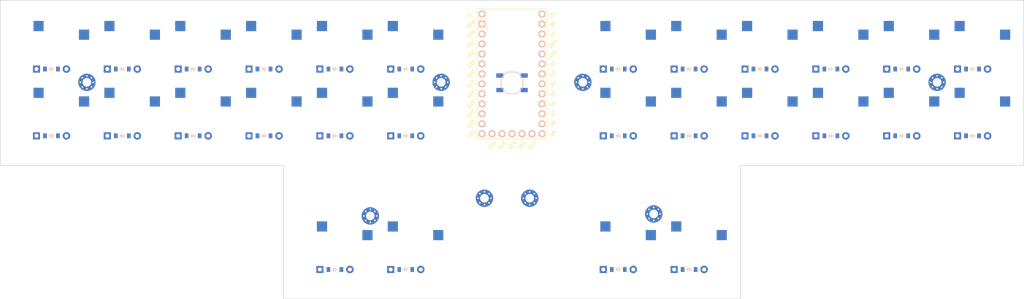
<source format=kicad_pcb>
(kicad_pcb (version 20241229) (generator "pcbnew") (generator_version "9.0")
  (title_block (title "pcb") (rev "v1.0.0") (company "Unknown"))
  (layers (0 "F.Cu" signal) (2 "B.Cu" signal) (13 "F.Paste" user) (15 "B.Paste" user) (5 "F.SilkS" user) (7 "B.SilkS" user) (1 "F.Mask" user) (3 "B.Mask" user) (25 "Edge.Cuts" user))
  (net 0 "")
  (net 1 "D23")
  (net 2 "outer_lbottom")
  (net 3 "outer_ltop")
  (net 4 "D20")
  (net 5 "pinky_lbottom")
  (net 6 "pinky_ltop")
  (net 7 "D22")
  (net 8 "ring_lbottom")
  (net 9 "ring_ltop")
  (net 10 "D26")
  (net 11 "middle_lbottom")
  (net 12 "middle_ltop")
  (net 13 "D27")
  (net 14 "index_lbottom")
  (net 15 "index_ltop")
  (net 16 "D28")
  (net 17 "inner_lbottom")
  (net 18 "inner_ltop")
  (net 19 "D3")
  (net 20 "inner_rbottom")
  (net 21 "inner_rtop")
  (net 22 "D4")
  (net 23 "index_rbottom")
  (net 24 "index_rtop")
  (net 25 "D5")
  (net 26 "middle_rbottom")
  (net 27 "middle_rtop")
  (net 28 "D6")
  (net 29 "ring_rbottom")
  (net 30 "ring_rtop")
  (net 31 "D7")
  (net 32 "pinky_rbottom")
  (net 33 "pinky_rtop")
  (net 34 "D8")
  (net 35 "outer_rbottom")
  (net 36 "outer_rtop")
  (net 37 "outer_lttop")
  (net 38 "inner_lttop")
  (net 39 "inner_rttop")
  (net 40 "outer_rttop")
  (net 41 "D21")
  (net 42 "D29")
  (net 43 "D9")
  (net 44 "D2")
  (net 45 "D1")
  (net 46 "Dm")
  (net 47 "RAW")
  (net 48 "GND")
  (net 49 "RST")
  (net 50 "VCC")
  (net 51 "D12")
  (net 52 "D13")
  (net 53 "D14")
  (net 54 "D15")
  (net 55 "D16")
  (net 56 "Dp")
  (net 57 "D0")
  (footprint "E73:SW_TACT_ALPS_SKQGABE010" (layer "F.Cu") (at 217 91.5)
    (property "Reference" "B1" (hide yes))
    (property "Value" "" (hide yes))
    (pad "1" smd rect (at -3.1 -1.85) (size 1.8 1.1) (layers "B.Cu" "B.Mask" "B.Paste") (net 48 "GND"))
    (pad "1" smd rect (at 3.1 -1.85) (size 1.8 1.1) (layers "B.Cu" "B.Mask" "B.Paste") (net 48 "GND"))
    (pad "2" smd rect (at -3.1 1.85) (size 1.8 1.1) (layers "B.Cu" "B.Mask" "B.Paste") (net 49 "RST"))
    (pad "2" smd rect (at 3.1 1.85) (size 1.8 1.1) (layers "B.Cu" "B.Mask" "B.Paste") (net 49 "RST"))
  )
  (footprint "ComboDiode" (layer "F.Cu") (at 136 105)
    (property "Reference" "D5" (hide yes))
    (property "Value" "" (hide yes))
    (pad "1" thru_hole rect (at -3.81 0) (size 1.778 1.778) (drill 0.9906) (layers "*.Cu" "*.Mask") (net 41 "D21"))
    (pad "1" smd rect (at -1.65 0) (size 0.9 1.2) (layers "F.Cu" "F.Mask" "F.Paste") (net 41 "D21"))
    (pad "1" smd rect (at -1.65 0) (size 0.9 1.2) (layers "B.Cu" "B.Mask" "B.Paste") (net 41 "D21"))
    (pad "2" smd rect (at 1.65 0) (size 0.9 1.2) (layers "F.Cu" "F.Mask" "F.Paste") (net 8 "ring_lbottom"))
    (pad "2" smd rect (at 1.65 0) (size 0.9 1.2) (layers "B.Cu" "B.Mask" "B.Paste") (net 8 "ring_lbottom"))
    (pad "2" thru_hole circle (at 3.81 0) (size 1.905 1.905) (drill 0.9906) (layers "*.Cu" "*.Mask") (net 8 "ring_lbottom"))
  )
  (footprint "PG1350" (layer "F.Cu") (at 298 83)
    (property "Reference" "S20" (hide yes))
    (property "Value" "" (hide yes))
    (pad "" np_thru_hole circle (at -5.5 0) (size 1.7018 1.7018) (drill 1.7018) (layers "*.Cu" "*.Mask"))
    (pad "" np_thru_hole circle (at 0 -5.95) (size 3 3) (drill 3) (layers "*.Cu" "*.Mask"))
    (pad "" np_thru_hole circle (at 0 0) (size 3.429 3.429) (drill 3.429) (layers "*.Cu" "*.Mask"))
    (pad "" np_thru_hole circle (at 5 -3.75) (size 3 3) (drill 3) (layers "*.Cu" "*.Mask"))
    (pad "" np_thru_hole circle (at 5.5 0) (size 1.7018 1.7018) (drill 1.7018) (layers "*.Cu" "*.Mask"))
    (pad "1" smd rect (at -3.275 -5.95) (size 2.6 2.6) (layers "B.Cu" "B.Mask" "B.Paste") (net 28 "D6"))
    (pad "2" smd rect (at 8.275 -3.75) (size 2.6 2.6) (layers "B.Cu" "B.Mask" "B.Paste") (net 30 "ring_rtop"))
  )
  (footprint "PG1350" (layer "F.Cu") (at 100 100)
    (property "Reference" "S1" (hide yes))
    (property "Value" "" (hide yes))
    (pad "" np_thru_hole circle (at -5.5 0) (size 1.7018 1.7018) (drill 1.7018) (layers "*.Cu" "*.Mask"))
    (pad "" np_thru_hole circle (at 0 -5.95) (size 3 3) (drill 3) (layers "*.Cu" "*.Mask"))
    (pad "" np_thru_hole circle (at 0 0) (size 3.429 3.429) (drill 3.429) (layers "*.Cu" "*.Mask"))
    (pad "" np_thru_hole circle (at 5 -3.75) (size 3 3) (drill 3) (layers "*.Cu" "*.Mask"))
    (pad "" np_thru_hole circle (at 5.5 0) (size 1.7018 1.7018) (drill 1.7018) (layers "*.Cu" "*.Mask"))
    (pad "1" smd rect (at -3.275 -5.95) (size 2.6 2.6) (layers "B.Cu" "B.Mask" "B.Paste") (net 1 "D23"))
    (pad "2" smd rect (at 8.275 -3.75) (size 2.6 2.6) (layers "B.Cu" "B.Mask" "B.Paste") (net 2 "outer_lbottom"))
  )
  (footprint "PG1350" (layer "F.Cu") (at 262 134)
    (property "Reference" "S28" (hide yes))
    (property "Value" "" (hide yes))
    (pad "" np_thru_hole circle (at -5.5 0) (size 1.7018 1.7018) (drill 1.7018) (layers "*.Cu" "*.Mask"))
    (pad "" np_thru_hole circle (at 0 -5.95) (size 3 3) (drill 3) (layers "*.Cu" "*.Mask"))
    (pad "" np_thru_hole circle (at 0 0) (size 3.429 3.429) (drill 3.429) (layers "*.Cu" "*.Mask"))
    (pad "" np_thru_hole circle (at 5 -3.75) (size 3 3) (drill 3) (layers "*.Cu" "*.Mask"))
    (pad "" np_thru_hole circle (at 5.5 0) (size 1.7018 1.7018) (drill 1.7018) (layers "*.Cu" "*.Mask"))
    (pad "1" smd rect (at -3.275 -5.95) (size 2.6 2.6) (layers "B.Cu" "B.Mask" "B.Paste") (net 22 "D4"))
    (pad "2" smd rect (at 8.275 -3.75) (size 2.6 2.6) (layers "B.Cu" "B.Mask" "B.Paste") (net 40 "outer_rttop"))
  )
  (footprint "ComboDiode" (layer "F.Cu") (at 244 139)
    (property "Reference" "D27" (hide yes))
    (property "Value" "" (hide yes))
    (pad "1" thru_hole rect (at -3.81 0) (size 1.778 1.778) (drill 0.9906) (layers "*.Cu" "*.Mask") (net 45 "D1"))
    (pad "1" smd rect (at -1.65 0) (size 0.9 1.2) (layers "F.Cu" "F.Mask" "F.Paste") (net 45 "D1"))
    (pad "1" smd rect (at -1.65 0) (size 0.9 1.2) (layers "B.Cu" "B.Mask" "B.Paste") (net 45 "D1"))
    (pad "2" smd rect (at 1.65 0) (size 0.9 1.2) (layers "F.Cu" "F.Mask" "F.Paste") (net 39 "inner_rttop"))
    (pad "2" smd rect (at 1.65 0) (size 0.9 1.2) (layers "B.Cu" "B.Mask" "B.Paste") (net 39 "inner_rttop"))
    (pad "2" thru_hole circle (at 3.81 0) (size 1.905 1.905) (drill 0.9906) (layers "*.Cu" "*.Mask") (net 39 "inner_rttop"))
  )
  (footprint "PG1350" (layer "F.Cu") (at 154 100)
    (property "Reference" "S7" (hide yes))
    (property "Value" "" (hide yes))
    (pad "" np_thru_hole circle (at -5.5 0) (size 1.7018 1.7018) (drill 1.7018) (layers "*.Cu" "*.Mask"))
    (pad "" np_thru_hole circle (at 0 -5.95) (size 3 3) (drill 3) (layers "*.Cu" "*.Mask"))
    (pad "" np_thru_hole circle (at 0 0) (size 3.429 3.429) (drill 3.429) (layers "*.Cu" "*.Mask"))
    (pad "" np_thru_hole circle (at 5 -3.75) (size 3 3) (drill 3) (layers "*.Cu" "*.Mask"))
    (pad "" np_thru_hole circle (at 5.5 0) (size 1.7018 1.7018) (drill 1.7018) (layers "*.Cu" "*.Mask"))
    (pad "1" smd rect (at -3.275 -5.95) (size 2.6 2.6) (layers "B.Cu" "B.Mask" "B.Paste") (net 10 "D26"))
    (pad "2" smd rect (at 8.275 -3.75) (size 2.6 2.6) (layers "B.Cu" "B.Mask" "B.Paste") (net 11 "middle_lbottom"))
  )
  (footprint "PG1350" (layer "F.Cu") (at 298 100)
    (property "Reference" "S19" (hide yes))
    (property "Value" "" (hide yes))
    (pad "" np_thru_hole circle (at -5.5 0) (size 1.7018 1.7018) (drill 1.7018) (layers "*.Cu" "*.Mask"))
    (pad "" np_thru_hole circle (at 0 -5.95) (size 3 3) (drill 3) (layers "*.Cu" "*.Mask"))
    (pad "" np_thru_hole circle (at 0 0) (size 3.429 3.429) (drill 3.429) (layers "*.Cu" "*.Mask"))
    (pad "" np_thru_hole circle (at 5 -3.75) (size 3 3) (drill 3) (layers "*.Cu" "*.Mask"))
    (pad "" np_thru_hole circle (at 5.5 0) (size 1.7018 1.7018) (drill 1.7018) (layers "*.Cu" "*.Mask"))
    (pad "1" smd rect (at -3.275 -5.95) (size 2.6 2.6) (layers "B.Cu" "B.Mask" "B.Paste") (net 28 "D6"))
    (pad "2" smd rect (at 8.275 -3.75) (size 2.6 2.6) (layers "B.Cu" "B.Mask" "B.Paste") (net 29 "ring_rbottom"))
  )
  (footprint "ComboDiode" (layer "F.Cu") (at 118 105)
    (property "Reference" "D3" (hide yes))
    (property "Value" "" (hide yes))
    (pad "1" thru_hole rect (at -3.81 0) (size 1.778 1.778) (drill 0.9906) (layers "*.Cu" "*.Mask") (net 41 "D21"))
    (pad "1" smd rect (at -1.65 0) (size 0.9 1.2) (layers "F.Cu" "F.Mask" "F.Paste") (net 41 "D21"))
    (pad "1" smd rect (at -1.65 0) (size 0.9 1.2) (layers "B.Cu" "B.Mask" "B.Paste") (net 41 "D21"))
    (pad "2" smd rect (at 1.65 0) (size 0.9 1.2) (layers "F.Cu" "F.Mask" "F.Paste") (net 5 "pinky_lbottom"))
    (pad "2" smd rect (at 1.65 0) (size 0.9 1.2) (layers "B.Cu" "B.Mask" "B.Paste") (net 5 "pinky_lbottom"))
    (pad "2" thru_hole circle (at 3.81 0) (size 1.905 1.905) (drill 0.9906) (layers "*.Cu" "*.Mask") (net 5 "pinky_lbottom"))
  )
  (footprint "Mount_Hole_2.2mm_Pad_Via" (layer "F.Cu") (at 199 91.37037)
    (property "Reference" "_2" (hide yes))
    (property "Value" "")
    (pad "1" thru_hole circle (at -1.62963 0) (size 0.7 0.7) (drill 0.4) (layers "*.Cu" "*.Mask"))
    (pad "1" thru_hole circle (at -1.152322 -1.152322) (size 0.7 0.7) (drill 0.4) (layers "*.Cu" "*.Mask"))
    (pad "1" thru_hole circle (at -1.152322 1.152322) (size 0.7 0.7) (drill 0.4) (layers "*.Cu" "*.Mask"))
    (pad "1" thru_hole circle (at 0 -1.62963) (size 0.7 0.7) (drill 0.4) (layers "*.Cu" "*.Mask"))
    (pad "1" thru_hole circle (at 0 0) (size 4.4 4.4) (drill 2.2) (layers "*.Cu" "*.Mask"))
    (pad "1" thru_hole circle (at 0 1.62963) (size 0.7 0.7) (drill 0.4) (layers "*.Cu" "*.Mask"))
    (pad "1" thru_hole circle (at 1.152322 -1.152322) (size 0.7 0.7) (drill 0.4) (layers "*.Cu" "*.Mask"))
    (pad "1" thru_hole circle (at 1.152322 1.152322) (size 0.7 0.7) (drill 0.4) (layers "*.Cu" "*.Mask"))
    (pad "1" thru_hole circle (at 1.62963 0) (size 0.7 0.7) (drill 0.4) (layers "*.Cu" "*.Mask"))
  )
  (footprint "PG1350" (layer "F.Cu") (at 118 83)
    (property "Reference" "S4" (hide yes))
    (property "Value" "" (hide yes))
    (pad "" np_thru_hole circle (at -5.5 0) (size 1.7018 1.7018) (drill 1.7018) (layers "*.Cu" "*.Mask"))
    (pad "" np_thru_hole circle (at 0 -5.95) (size 3 3) (drill 3) (layers "*.Cu" "*.Mask"))
    (pad "" np_thru_hole circle (at 0 0) (size 3.429 3.429) (drill 3.429) (layers "*.Cu" "*.Mask"))
    (pad "" np_thru_hole circle (at 5 -3.75) (size 3 3) (drill 3) (layers "*.Cu" "*.Mask"))
    (pad "" np_thru_hole circle (at 5.5 0) (size 1.7018 1.7018) (drill 1.7018) (layers "*.Cu" "*.Mask"))
    (pad "1" smd rect (at -3.275 -5.95) (size 2.6 2.6) (layers "B.Cu" "B.Mask" "B.Paste") (net 4 "D20"))
    (pad "2" smd rect (at 8.275 -3.75) (size 2.6 2.6) (layers "B.Cu" "B.Mask" "B.Paste") (net 6 "pinky_ltop"))
  )
  (footprint "ComboDiode" (layer "F.Cu") (at 316 88)
    (property "Reference" "D22" (hide yes))
    (property "Value" "" (hide yes))
    (pad "1" thru_hole rect (at -3.81 0) (size 1.778 1.778) (drill 0.9906) (layers "*.Cu" "*.Mask") (net 44 "D2"))
    (pad "1" smd rect (at -1.65 0) (size 0.9 1.2) (layers "F.Cu" "F.Mask" "F.Paste") (net 44 "D2"))
    (pad "1" smd rect (at -1.65 0) (size 0.9 1.2) (layers "B.Cu" "B.Mask" "B.Paste") (net 44 "D2"))
    (pad "2" smd rect (at 1.65 0) (size 0.9 1.2) (layers "F.Cu" "F.Mask" "F.Paste") (net 33 "pinky_rtop"))
    (pad "2" smd rect (at 1.65 0) (size 0.9 1.2) (layers "B.Cu" "B.Mask" "B.Paste") (net 33 "pinky_rtop"))
    (pad "2" thru_hole circle (at 3.81 0) (size 1.905 1.905) (drill 0.9906) (layers "*.Cu" "*.Mask") (net 33 "pinky_rtop"))
  )
  (footprint "Mount_Hole_2.2mm_Pad_Via" (layer "F.Cu") (at 109 91.37037)
    (property "Reference" "_2" (hide yes))
    (property "Value" "")
    (pad "1" thru_hole circle (at -1.62963 0) (size 0.7 0.7) (drill 0.4) (layers "*.Cu" "*.Mask"))
    (pad "1" thru_hole circle (at -1.152322 -1.152322) (size 0.7 0.7) (drill 0.4) (layers "*.Cu" "*.Mask"))
    (pad "1" thru_hole circle (at -1.152322 1.152322) (size 0.7 0.7) (drill 0.4) (layers "*.Cu" "*.Mask"))
    (pad "1" thru_hole circle (at 0 -1.62963) (size 0.7 0.7) (drill 0.4) (layers "*.Cu" "*.Mask"))
    (pad "1" thru_hole circle (at 0 0) (size 4.4 4.4) (drill 2.2) (layers "*.Cu" "*.Mask"))
    (pad "1" thru_hole circle (at 0 1.62963) (size 0.7 0.7) (drill 0.4) (layers "*.Cu" "*.Mask"))
    (pad "1" thru_hole circle (at 1.152322 -1.152322) (size 0.7 0.7) (drill 0.4) (layers "*.Cu" "*.Mask"))
    (pad "1" thru_hole circle (at 1.152322 1.152322) (size 0.7 0.7) (drill 0.4) (layers "*.Cu" "*.Mask"))
    (pad "1" thru_hole circle (at 1.62963 0) (size 0.7 0.7) (drill 0.4) (layers "*.Cu" "*.Mask"))
  )
  (footprint "ComboDiode" (layer "F.Cu") (at 172 88)
    (property "Reference" "D10" (hide yes))
    (property "Value" "" (hide yes))
    (pad "1" thru_hole rect (at -3.81 0) (size 1.778 1.778) (drill 0.9906) (layers "*.Cu" "*.Mask") (net 42 "D29"))
    (pad "1" smd rect (at -1.65 0) (size 0.9 1.2) (layers "F.Cu" "F.Mask" "F.Paste") (net 42 "D29"))
    (pad "1" smd rect (at -1.65 0) (size 0.9 1.2) (layers "B.Cu" "B.Mask" "B.Paste") (net 42 "D29"))
    (pad "2" smd rect (at 1.65 0) (size 0.9 1.2) (layers "F.Cu" "F.Mask" "F.Paste") (net 15 "index_ltop"))
    (pad "2" smd rect (at 1.65 0) (size 0.9 1.2) (layers "B.Cu" "B.Mask" "B.Paste") (net 15 "index_ltop"))
    (pad "2" thru_hole circle (at 3.81 0) (size 1.905 1.905) (drill 0.9906) (layers "*.Cu" "*.Mask") (net 15 "index_ltop"))
  )
  (footprint "PG1350" (layer "F.Cu") (at 262 100)
    (property "Reference" "S15" (hide yes))
    (property "Value" "" (hide yes))
    (pad "" np_thru_hole circle (at -5.5 0) (size 1.7018 1.7018) (drill 1.7018) (layers "*.Cu" "*.Mask"))
    (pad "" np_thru_hole circle (at 0 -5.95) (size 3 3) (drill 3) (layers "*.Cu" "*.Mask"))
    (pad "" np_thru_hole circle (at 0 0) (size 3.429 3.429) (drill 3.429) (layers "*.Cu" "*.Mask"))
    (pad "" np_thru_hole circle (at 5 -3.75) (size 3 3) (drill 3) (layers "*.Cu" "*.Mask"))
    (pad "" np_thru_hole circle (at 5.5 0) (size 1.7018 1.7018) (drill 1.7018) (layers "*.Cu" "*.Mask"))
    (pad "1" smd rect (at -3.275 -5.95) (size 2.6 2.6) (layers "B.Cu" "B.Mask" "B.Paste") (net 22 "D4"))
    (pad "2" smd rect (at 8.275 -3.75) (size 2.6 2.6) (layers "B.Cu" "B.Mask" "B.Paste") (net 23 "index_rbottom"))
  )
  (footprint "PG1350" (layer "F.Cu") (at 280 100)
    (property "Reference" "S17" (hide yes))
    (property "Value" "" (hide yes))
    (pad "" np_thru_hole circle (at -5.5 0) (size 1.7018 1.7018) (drill 1.7018) (layers "*.Cu" "*.Mask"))
    (pad "" np_thru_hole circle (at 0 -5.95) (size 3 3) (drill 3) (layers "*.Cu" "*.Mask"))
    (pad "" np_thru_hole circle (at 0 0) (size 3.429 3.429) (drill 3.429) (layers "*.Cu" "*.Mask"))
    (pad "" np_thru_hole circle (at 5 -3.75) (size 3 3) (drill 3) (layers "*.Cu" "*.Mask"))
    (pad "" np_thru_hole circle (at 5.5 0) (size 1.7018 1.7018) (drill 1.7018) (layers "*.Cu" "*.Mask"))
    (pad "1" smd rect (at -3.275 -5.95) (size 2.6 2.6) (layers "B.Cu" "B.Mask" "B.Paste") (net 25 "D5"))
    (pad "2" smd rect (at 8.275 -3.75) (size 2.6 2.6) (layers "B.Cu" "B.Mask" "B.Paste") (net 26 "middle_rbottom"))
  )
  (footprint "Mount_Hole_2.2mm_Pad_Via" (layer "F.Cu") (at 325 91.37037)
    (property "Reference" "_2" (hide yes))
    (property "Value" "")
    (pad "1" thru_hole circle (at -1.62963 0) (size 0.7 0.7) (drill 0.4) (layers "*.Cu" "*.Mask"))
    (pad "1" thru_hole circle (at -1.152322 -1.152322) (size 0.7 0.7) (drill 0.4) (layers "*.Cu" "*.Mask"))
    (pad "1" thru_hole circle (at -1.152322 1.152322) (size 0.7 0.7) (drill 0.4) (layers "*.Cu" "*.Mask"))
    (pad "1" thru_hole circle (at 0 -1.62963) (size 0.7 0.7) (drill 0.4) (layers "*.Cu" "*.Mask"))
    (pad "1" thru_hole circle (at 0 0) (size 4.4 4.4) (drill 2.2) (layers "*.Cu" "*.Mask"))
    (pad "1" thru_hole circle (at 0 1.62963) (size 0.7 0.7) (drill 0.4) (layers "*.Cu" "*.Mask"))
    (pad "1" thru_hole circle (at 1.152322 -1.152322) (size 0.7 0.7) (drill 0.4) (layers "*.Cu" "*.Mask"))
    (pad "1" thru_hole circle (at 1.152322 1.152322) (size 0.7 0.7) (drill 0.4) (layers "*.Cu" "*.Mask"))
    (pad "1" thru_hole circle (at 1.62963 0) (size 0.7 0.7) (drill 0.4) (layers "*.Cu" "*.Mask"))
  )
  (footprint "ComboDiode" (layer "F.Cu") (at 172 105)
    (property "Reference" "D9" (hide yes))
    (property "Value" "" (hide yes))
    (pad "1" thru_hole rect (at -3.81 0) (size 1.778 1.778) (drill 0.9906) (layers "*.Cu" "*.Mask") (net 41 "D21"))
    (pad "1" smd rect (at -1.65 0) (size 0.9 1.2) (layers "F.Cu" "F.Mask" "F.Paste") (net 41 "D21"))
    (pad "1" smd rect (at -1.65 0) (size 0.9 1.2) (layers "B.Cu" "B.Mask" "B.Paste") (net 41 "D21"))
    (pad "2" smd rect (at 1.65 0) (size 0.9 1.2) (layers "F.Cu" "F.Mask" "F.Paste") (net 14 "index_lbottom"))
    (pad "2" smd rect (at 1.65 0) (size 0.9 1.2) (layers "B.Cu" "B.Mask" "B.Paste") (net 14 "index_lbottom"))
    (pad "2" thru_hole circle (at 3.81 0) (size 1.905 1.905) (drill 0.9906) (layers "*.Cu" "*.Mask") (net 14 "index_lbottom"))
  )
  (footprint "Mount_Hole_2.2mm_Pad_Via" (layer "F.Cu") (at 253 124.87037)
    (property "Reference" "_2" (hide yes))
    (property "Value" "")
    (pad "1" thru_hole circle (at -1.62963 0) (size 0.7 0.7) (drill 0.4) (layers "*.Cu" "*.Mask"))
    (pad "1" thru_hole circle (at -1.152322 -1.152322) (size 0.7 0.7) (drill 0.4) (layers "*.Cu" "*.Mask"))
    (pad "1" thru_hole circle (at -1.152322 1.152322) (size 0.7 0.7) (drill 0.4) (layers "*.Cu" "*.Mask"))
    (pad "1" thru_hole circle (at 0 -1.62963) (size 0.7 0.7) (drill 0.4) (layers "*.Cu" "*.Mask"))
    (pad "1" thru_hole circle (at 0 0) (size 4.4 4.4) (drill 2.2) (layers "*.Cu" "*.Mask"))
    (pad "1" thru_hole circle (at 0 1.62963) (size 0.7 0.7) (drill 0.4) (layers "*.Cu" "*.Mask"))
    (pad "1" thru_hole circle (at 1.152322 -1.152322) (size 0.7 0.7) (drill 0.4) (layers "*.Cu" "*.Mask"))
    (pad "1" thru_hole circle (at 1.152322 1.152322) (size 0.7 0.7) (drill 0.4) (layers "*.Cu" "*.Mask"))
    (pad "1" thru_hole circle (at 1.62963 0) (size 0.7 0.7) (drill 0.4) (layers "*.Cu" "*.Mask"))
  )
  (footprint "PG1350" (layer "F.Cu") (at 190 83)
    (property "Reference" "S12" (hide yes))
    (property "Value" "" (hide yes))
    (pad "" np_thru_hole circle (at -5.5 0) (size 1.7018 1.7018) (drill 1.7018) (layers "*.Cu" "*.Mask"))
    (pad "" np_thru_hole circle (at 0 -5.95) (size 3 3) (drill 3) (layers "*.Cu" "*.Mask"))
    (pad "" np_thru_hole circle (at 0 0) (size 3.429 3.429) (drill 3.429) (layers "*.Cu" "*.Mask"))
    (pad "" np_thru_hole circle (at 5 -3.75) (size 3 3) (drill 3) (layers "*.Cu" "*.Mask"))
    (pad "" np_thru_hole circle (at 5.5 0) (size 1.7018 1.7018) (drill 1.7018) (layers "*.Cu" "*.Mask"))
    (pad "1" smd rect (at -3.275 -5.95) (size 2.6 2.6) (layers "B.Cu" "B.Mask" "B.Paste") (net 16 "D28"))
    (pad "2" smd rect (at 8.275 -3.75) (size 2.6 2.6) (layers "B.Cu" "B.Mask" "B.Paste") (net 18 "inner_ltop"))
  )
  (footprint "ComboDiode" (layer "F.Cu") (at 280 88)
    (property "Reference" "D18" (hide yes))
    (property "Value" "" (hide yes))
    (pad "1" thru_hole rect (at -3.81 0) (size 1.778 1.778) (drill 0.9906) (layers "*.Cu" "*.Mask") (net 44 "D2"))
    (pad "1" smd rect (at -1.65 0) (size 0.9 1.2) (layers "F.Cu" "F.Mask" "F.Paste") (net 44 "D2"))
    (pad "1" smd rect (at -1.65 0) (size 0.9 1.2) (layers "B.Cu" "B.Mask" "B.Paste") (net 44 "D2"))
    (pad "2" smd rect (at 1.65 0) (size 0.9 1.2) (layers "F.Cu" "F.Mask" "F.Paste") (net 27 "middle_rtop"))
    (pad "2" smd rect (at 1.65 0) (size 0.9 1.2) (layers "B.Cu" "B.Mask" "B.Paste") (net 27 "middle_rtop"))
    (pad "2" thru_hole circle (at 3.81 0) (size 1.905 1.905) (drill 0.9906) (layers "*.Cu" "*.Mask") (net 27 "middle_rtop"))
  )
  (footprint "ComboDiode" (layer "F.Cu") (at 100 105)
    (property "Reference" "D1" (hide yes))
    (property "Value" "" (hide yes))
    (pad "1" thru_hole rect (at -3.81 0) (size 1.778 1.778) (drill 0.9906) (layers "*.Cu" "*.Mask") (net 41 "D21"))
    (pad "1" smd rect (at -1.65 0) (size 0.9 1.2) (layers "F.Cu" "F.Mask" "F.Paste") (net 41 "D21"))
    (pad "1" smd rect (at -1.65 0) (size 0.9 1.2) (layers "B.Cu" "B.Mask" "B.Paste") (net 41 "D21"))
    (pad "2" smd rect (at 1.65 0) (size 0.9 1.2) (layers "F.Cu" "F.Mask" "F.Paste") (net 2 "outer_lbottom"))
    (pad "2" smd rect (at 1.65 0) (size 0.9 1.2) (layers "B.Cu" "B.Mask" "B.Paste") (net 2 "outer_lbottom"))
    (pad "2" thru_hole circle (at 3.81 0) (size 1.905 1.905) (drill 0.9906) (layers "*.Cu" "*.Mask") (net 2 "outer_lbottom"))
  )
  (footprint "ComboDiode" (layer "F.Cu") (at 190 139)
    (property "Reference" "D26" (hide yes))
    (property "Value" "" (hide yes))
    (pad "1" thru_hole rect (at -3.81 0) (size 1.778 1.778) (drill 0.9906) (layers "*.Cu" "*.Mask") (net 45 "D1"))
    (pad "1" smd rect (at -1.65 0) (size 0.9 1.2) (layers "F.Cu" "F.Mask" "F.Paste") (net 45 "D1"))
    (pad "1" smd rect (at -1.65 0) (size 0.9 1.2) (layers "B.Cu" "B.Mask" "B.Paste") (net 45 "D1"))
    (pad "2" smd rect (at 1.65 0) (size 0.9 1.2) (layers "F.Cu" "F.Mask" "F.Paste") (net 38 "inner_lttop"))
    (pad "2" smd rect (at 1.65 0) (size 0.9 1.2) (layers "B.Cu" "B.Mask" "B.Paste") (net 38 "inner_lttop"))
    (pad "2" thru_hole circle (at 3.81 0) (size 1.905 1.905) (drill 0.9906) (layers "*.Cu" "*.Mask") (net 38 "inner_lttop"))
  )
  (footprint "ComboDiode" (layer "F.Cu") (at 262 88)
    (property "Reference" "D16" (hide yes))
    (property "Value" "" (hide yes))
    (pad "1" thru_hole rect (at -3.81 0) (size 1.778 1.778) (drill 0.9906) (layers "*.Cu" "*.Mask") (net 44 "D2"))
    (pad "1" smd rect (at -1.65 0) (size 0.9 1.2) (layers "F.Cu" "F.Mask" "F.Paste") (net 44 "D2"))
    (pad "1" smd rect (at -1.65 0) (size 0.9 1.2) (layers "B.Cu" "B.Mask" "B.Paste") (net 44 "D2"))
    (pad "2" smd rect (at 1.65 0) (size 0.9 1.2) (layers "F.Cu" "F.Mask" "F.Paste") (net 24 "index_rtop"))
    (pad "2" smd rect (at 1.65 0) (size 0.9 1.2) (layers "B.Cu" "B.Mask" "B.Paste") (net 24 "index_rtop"))
    (pad "2" thru_hole circle (at 3.81 0) (size 1.905 1.905) (drill 0.9906) (layers "*.Cu" "*.Mask") (net 24 "index_rtop"))
  )
  (footprint "ComboDiode" (layer "F.Cu") (at 334 88)
    (property "Reference" "D24" (hide yes))
    (property "Value" "" (hide yes))
    (pad "1" thru_hole rect (at -3.81 0) (size 1.778 1.778) (drill 0.9906) (layers "*.Cu" "*.Mask") (net 44 "D2"))
    (pad "1" smd rect (at -1.65 0) (size 0.9 1.2) (layers "F.Cu" "F.Mask" "F.Paste") (net 44 "D2"))
    (pad "1" smd rect (at -1.65 0) (size 0.9 1.2) (layers "B.Cu" "B.Mask" "B.Paste") (net 44 "D2"))
    (pad "2" smd rect (at 1.65 0) (size 0.9 1.2) (layers "F.Cu" "F.Mask" "F.Paste") (net 36 "outer_rtop"))
    (pad "2" smd rect (at 1.65 0) (size 0.9 1.2) (layers "B.Cu" "B.Mask" "B.Paste") (net 36 "outer_rtop"))
    (pad "2" thru_hole circle (at 3.81 0) (size 1.905 1.905) (drill 0.9906) (layers "*.Cu" "*.Mask") (net 36 "outer_rtop"))
  )
  (footprint "PG1350" (layer "F.Cu") (at 118 100)
    (property "Reference" "S3" (hide yes))
    (property "Value" "" (hide yes))
    (pad "" np_thru_hole circle (at -5.5 0) (size 1.7018 1.7018) (drill 1.7018) (layers "*.Cu" "*.Mask"))
    (pad "" np_thru_hole circle (at 0 -5.95) (size 3 3) (drill 3) (layers "*.Cu" "*.Mask"))
    (pad "" np_thru_hole circle (at 0 0) (size 3.429 3.429) (drill 3.429) (layers "*.Cu" "*.Mask"))
    (pad "" np_thru_hole circle (at 5 -3.75) (size 3 3) (drill 3) (layers "*.Cu" "*.Mask"))
    (pad "" np_thru_hole circle (at 5.5 0) (size 1.7018 1.7018) (drill 1.7018) (layers "*.Cu" "*.Mask"))
    (pad "1" smd rect (at -3.275 -5.95) (size 2.6 2.6) (layers "B.Cu" "B.Mask" "B.Paste") (net 4 "D20"))
    (pad "2" smd rect (at 8.275 -3.75) (size 2.6 2.6) (layers "B.Cu" "B.Mask" "B.Paste") (net 5 "pinky_lbottom"))
  )
  (footprint "ComboDiode" (layer "F.Cu") (at 298 88)
    (property "Reference" "D20" (hide yes))
    (property "Value" "" (hide yes))
    (pad "1" thru_hole rect (at -3.81 0) (size 1.778 1.778) (drill 0.9906) (layers "*.Cu" "*.Mask") (net 44 "D2"))
    (pad "1" smd rect (at -1.65 0) (size 0.9 1.2) (layers "F.Cu" "F.Mask" "F.Paste") (net 44 "D2"))
    (pad "1" smd rect (at -1.65 0) (size 0.9 1.2) (layers "B.Cu" "B.Mask" "B.Paste") (net 44 "D2"))
    (pad "2" smd rect (at 1.65 0) (size 0.9 1.2) (layers "F.Cu" "F.Mask" "F.Paste") (net 30 "ring_rtop"))
    (pad "2" smd rect (at 1.65 0) (size 0.9 1.2) (layers "B.Cu" "B.Mask" "B.Paste") (net 30 "ring_rtop"))
    (pad "2" thru_hole circle (at 3.81 0) (size 1.905 1.905) (drill 0.9906) (layers "*.Cu" "*.Mask") (net 30 "ring_rtop"))
  )
  (footprint "ComboDiode" (layer "F.Cu") (at 244 105)
    (property "Reference" "D13" (hide yes))
    (property "Value" "" (hide yes))
    (pad "1" thru_hole rect (at -3.81 0) (size 1.778 1.778) (drill 0.9906) (layers "*.Cu" "*.Mask") (net 43 "D9"))
    (pad "1" smd rect (at -1.65 0) (size 0.9 1.2) (layers "F.Cu" "F.Mask" "F.Paste") (net 43 "D9"))
    (pad "1" smd rect (at -1.65 0) (size 0.9 1.2) (layers "B.Cu" "B.Mask" "B.Paste") (net 43 "D9"))
    (pad "2" smd rect (at 1.65 0) (size 0.9 1.2) (layers "F.Cu" "F.Mask" "F.Paste") (net 20 "inner_rbottom"))
    (pad "2" smd rect (at 1.65 0) (size 0.9 1.2) (layers "B.Cu" "B.Mask" "B.Paste") (net 20 "inner_rbottom"))
    (pad "2" thru_hole circle (at 3.81 0) (size 1.905 1.905) (drill 0.9906) (layers "*.Cu" "*.Mask") (net 20 "inner_rbottom"))
  )
  (footprint "Mount_Hole_2.2mm_Pad_Via" (layer "F.Cu") (at 235 91.37037)
    (property "Reference" "_2" (hide yes))
    (property "Value" "")
    (pad "1" thru_hole circle (at -1.62963 0) (size 0.7 0.7) (drill 0.4) (layers "*.Cu" "*.Mask"))
    (pad "1" thru_hole circle (at -1.152322 -1.152322) (size 0.7 0.7) (drill 0.4) (layers "*.Cu" "*.Mask"))
    (pad "1" thru_hole circle (at -1.152322 1.152322) (size 0.7 0.7) (drill 0.4) (layers "*.Cu" "*.Mask"))
    (pad "1" thru_hole circle (at 0 -1.62963) (size 0.7 0.7) (drill 0.4) (layers "*.Cu" "*.Mask"))
    (pad "1" thru_hole circle (at 0 0) (size 4.4 4.4) (drill 2.2) (layers "*.Cu" "*.Mask"))
    (pad "1" thru_hole circle (at 0 1.62963) (size 0.7 0.7) (drill 0.4) (layers "*.Cu" "*.Mask"))
    (pad "1" thru_hole circle (at 1.152322 -1.152322) (size 0.7 0.7) (drill 0.4) (layers "*.Cu" "*.Mask"))
    (pad "1" thru_hole circle (at 1.152322 1.152322) (size 0.7 0.7) (drill 0.4) (layers "*.Cu" "*.Mask"))
    (pad "1" thru_hole circle (at 1.62963 0) (size 0.7 0.7) (drill 0.4) (layers "*.Cu" "*.Mask"))
  )
  (footprint "ComboDiode" (layer "F.Cu") (at 244 88)
    (property "Reference" "D14" (hide yes))
    (property "Value" "" (hide yes))
    (pad "1" thru_hole rect (at -3.81 0) (size 1.778 1.778) (drill 0.9906) (layers "*.Cu" "*.Mask") (net 44 "D2"))
    (pad "1" smd rect (at -1.65 0) (size 0.9 1.2) (layers "F.Cu" "F.Mask" "F.Paste") (net 44 "D2"))
    (pad "1" smd rect (at -1.65 0) (size 0.9 1.2) (layers "B.Cu" "B.Mask" "B.Paste") (net 44 "D2"))
    (pad "2" smd rect (at 1.65 0) (size 0.9 1.2) (layers "F.Cu" "F.Mask" "F.Paste") (net 21 "inner_rtop"))
    (pad "2" smd rect (at 1.65 0) (size 0.9 1.2) (layers "B.Cu" "B.Mask" "B.Paste") (net 21 "inner_rtop"))
    (pad "2" thru_hole circle (at 3.81 0) (size 1.905 1.905) (drill 0.9906) (layers "*.Cu" "*.Mask") (net 21 "inner_rtop"))
  )
  (footprint "ComboDiode" (layer "F.Cu") (at 136 88)
    (property "Reference" "D6" (hide yes))
    (property "Value" "" (hide yes))
    (pad "1" thru_hole rect (at -3.81 0) (size 1.778 1.778) (drill 0.9906) (layers "*.Cu" "*.Mask") (net 42 "D29"))
    (pad "1" smd rect (at -1.65 0) (size 0.9 1.2) (layers "F.Cu" "F.Mask" "F.Paste") (net 42 "D29"))
    (pad "1" smd rect (at -1.65 0) (size 0.9 1.2) (layers "B.Cu" "B.Mask" "B.Paste") (net 42 "D29"))
    (pad "2" smd rect (at 1.65 0) (size 0.9 1.2) (layers "F.Cu" "F.Mask" "F.Paste") (net 9 "ring_ltop"))
    (pad "2" smd rect (at 1.65 0) (size 0.9 1.2) (layers "B.Cu" "B.Mask" "B.Paste") (net 9 "ring_ltop"))
    (pad "2" thru_hole circle (at 3.81 0) (size 1.905 1.905) (drill 0.9906) (layers "*.Cu" "*.Mask") (net 9 "ring_ltop"))
  )
  (footprint "PG1350" (layer "F.Cu") (at 316 100)
    (property "Reference" "S21" (hide yes))
    (property "Value" "" (hide yes))
    (pad "" np_thru_hole circle (at -5.5 0) (size 1.7018 1.7018) (drill 1.7018) (layers "*.Cu" "*.Mask"))
    (pad "" np_thru_hole circle (at 0 -5.95) (size 3 3) (drill 3) (layers "*.Cu" "*.Mask"))
    (pad "" np_thru_hole circle (at 0 0) (size 3.429 3.429) (drill 3.429) (layers "*.Cu" "*.Mask"))
    (pad "" np_thru_hole circle (at 5 -3.75) (size 3 3) (drill 3) (layers "*.Cu" "*.Mask"))
    (pad "" np_thru_hole circle (at 5.5 0) (size 1.7018 1.7018) (drill 1.7018) (layers "*.Cu" "*.Mask"))
    (pad "1" smd rect (at -3.275 -5.95) (size 2.6 2.6) (layers "B.Cu" "B.Mask" "B.Paste") (net 31 "D7"))
    (pad "2" smd rect (at 8.275 -3.75) (size 2.6 2.6) (layers "B.Cu" "B.Mask" "B.Paste") (net 32 "pinky_rbottom"))
  )
  (footprint "PG1350" (layer "F.Cu") (at 172 134)
    (property "Reference" "S25" (hide yes))
    (property "Value" "" (hide yes))
    (pad "" np_thru_hole circle (at -5.5 0) (size 1.7018 1.7018) (drill 1.7018) (layers "*.Cu" "*.Mask"))
    (pad "" np_thru_hole circle (at 0 -5.95) (size 3 3) (drill 3) (layers "*.Cu" "*.Mask"))
    (pad "" np_thru_hole circle (at 0 0) (size 3.429 3.429) (drill 3.429) (layers "*.Cu" "*.Mask"))
    (pad "" np_thru_hole circle (at 5 -3.75) (size 3 3) (drill 3) (layers "*.Cu" "*.Mask"))
    (pad "" np_thru_hole circle (at 5.5 0) (size 1.7018 1.7018) (drill 1.7018) (layers "*.Cu" "*.Mask"))
    (pad "1" smd rect (at -3.275 -5.95) (size 2.6 2.6) (layers "B.Cu" "B.Mask" "B.Paste") (net 13 "D27"))
    (pad "2" smd rect (at 8.275 -3.75) (size 2.6 2.6) (layers "B.Cu" "B.Mask" "B.Paste") (net 37 "outer_lttop"))
  )
  (footprint "ComboDiode" (layer "F.Cu") (at 316 105)
    (property "Reference" "D21" (hide yes))
    (property "Value" "" (hide yes))
    (pad "1" thru_hole rect (at -3.81 0) (size 1.778 1.778) (drill 0.9906) (layers "*.Cu" "*.Mask") (net 43 "D9"))
    (pad "1" smd rect (at -1.65 0) (size 0.9 1.2) (layers "F.Cu" "F.Mask" "F.Paste") (net 43 "D9"))
    (pad "1" smd rect (at -1.65 0) (size 0.9 1.2) (layers "B.Cu" "B.Mask" "B.Paste") (net 43 "D9"))
    (pad "2" smd rect (at 1.65 0) (size 0.9 1.2) (layers "F.Cu" "F.Mask" "F.Paste") (net 32 "pinky_rbottom"))
    (pad "2" smd rect (at 1.65 0) (size 0.9 1.2) (layers "B.Cu" "B.Mask" "B.Paste") (net 32 "pinky_rbottom"))
    (pad "2" thru_hole circle (at 3.81 0) (size 1.905 1.905) (drill 0.9906) (layers "*.Cu" "*.Mask") (net 32 "pinky_rbottom"))
  )
  (footprint "PG1350" (layer "F.Cu") (at 334 100)
    (property "Reference" "S23" (hide yes))
    (property "Value" "" (hide yes))
    (pad "" np_thru_hole circle (at -5.5 0) (size 1.7018 1.7018) (drill 1.7018) (layers "*.Cu" "*.Mask"))
    (pad "" np_thru_hole circle (at 0 -5.95) (size 3 3) (drill 3) (layers "*.Cu" "*.Mask"))
    (pad "" np_thru_hole circle (at 0 0) (size 3.429 3.429) (drill 3.429) (layers "*.Cu" "*.Mask"))
    (pad "" np_thru_hole circle (at 5 -3.75) (size 3 3) (drill 3) (layers "*.Cu" "*.Mask"))
    (pad "" np_thru_hole circle (at 5.5 0) (size 1.7018 1.7018) (drill 1.7018) (layers "*.Cu" "*.Mask"))
    (pad "1" smd rect (at -3.275 -5.95) (size 2.6 2.6) (layers "B.Cu" "B.Mask" "B.Paste") (net 34 "D8"))
    (pad "2" smd rect (at 8.275 -3.75) (size 2.6 2.6) (layers "B.Cu" "B.Mask" "B.Paste") (net 35 "outer_rbottom"))
  )
  (footprint "PG1350" (layer "F.Cu") (at 244 83)
    (property "Reference" "S14" (hide yes))
    (property "Value" "" (hide yes))
    (pad "" np_thru_hole circle (at -5.5 0) (size 1.7018 1.7018) (drill 1.7018) (layers "*.Cu" "*.Mask"))
    (pad "" np_thru_hole circle (at 0 -5.95) (size 3 3) (drill 3) (layers "*.Cu" "*.Mask"))
    (pad "" np_thru_hole circle (at 0 0) (size 3.429 3.429) (drill 3.429) (layers "*.Cu" "*.Mask"))
    (pad "" np_thru_hole circle (at 5 -3.75) (size 3 3) (drill 3) (layers "*.Cu" "*.Mask"))
    (pad "" np_thru_hole circle (at 5.5 0) (size 1.7018 1.7018) (drill 1.7018) (layers "*.Cu" "*.Mask"))
    (pad "1" smd rect (at -3.275 -5.95) (size 2.6 2.6) (layers "B.Cu" "B.Mask" "B.Paste") (net 19 "D3"))
    (pad "2" smd rect (at 8.275 -3.75) (size 2.6 2.6) (layers "B.Cu" "B.Mask" "B.Paste") (net 21 "inner_rtop"))
  )
  (footprint "PG1350" (layer "F.Cu") (at 334 83)
    (property "Reference" "S24" (hide yes))
    (property "Value" "" (hide yes))
    (pad "" np_thru_hole circle (at -5.5 0) (size 1.7018 1.7018) (drill 1.7018) (layers "*.Cu" "*.Mask"))
    (pad "" np_thru_hole circle (at 0 -5.95) (size 3 3) (drill 3) (layers "*.Cu" "*.Mask"))
    (pad "" np_thru_hole circle (at 0 0) (size 3.429 3.429) (drill 3.429) (layers "*.Cu" "*.Mask"))
    (pad "" np_thru_hole circle (at 5 -3.75) (size 3 3) (drill 3) (layers "*.Cu" "*.Mask"))
    (pad "" np_thru_hole circle (at 5.5 0) (size 1.7018 1.7018) (drill 1.7018) (layers "*.Cu" "*.Mask"))
    (pad "1" smd rect (at -3.275 -5.95) (size 2.6 2.6) (layers "B.Cu" "B.Mask" "B.Paste") (net 34 "D8"))
    (pad "2" smd rect (at 8.275 -3.75) (size 2.6 2.6) (layers "B.Cu" "B.Mask" "B.Paste") (net 36 "outer_rtop"))
  )
  (footprint "ComboDiode" (layer "F.Cu") (at 190 105)
    (property "Reference" "D11" (hide yes))
    (property "Value" "" (hide yes))
    (pad "1" thru_hole rect (at -3.81 0) (size 1.778 1.778) (drill 0.9906) (layers "*.Cu" "*.Mask") (net 41 "D21"))
    (pad "1" smd rect (at -1.65 0) (size 0.9 1.2) (layers "F.Cu" "F.Mask" "F.Paste") (net 41 "D21"))
    (pad "1" smd rect (at -1.65 0) (size 0.9 1.2) (layers "B.Cu" "B.Mask" "B.Paste") (net 41 "D21"))
    (pad "2" smd rect (at 1.65 0) (size 0.9 1.2) (layers "F.Cu" "F.Mask" "F.Paste") (net 17 "inner_lbottom"))
    (pad "2" smd rect (at 1.65 0) (size 0.9 1.2) (layers "B.Cu" "B.Mask" "B.Paste") (net 17 "inner_lbottom"))
    (pad "2" thru_hole circle (at 3.81 0) (size 1.905 1.905) (drill 0.9906) (layers "*.Cu" "*.Mask") (net 17 "inner_lbottom"))
  )
  (footprint "ComboDiode" (layer "F.Cu") (at 334 105)
    (property "Reference" "D23" (hide yes))
    (property "Value" "" (hide yes))
    (pad "1" thru_hole rect (at -3.81 0) (size 1.778 1.778) (drill 0.9906) (layers "*.Cu" "*.Mask") (net 43 "D9"))
    (pad "1" smd rect (at -1.65 0) (size 0.9 1.2) (layers "F.Cu" "F.Mask" "F.Paste") (net 43 "D9"))
    (pad "1" smd rect (at -1.65 0) (size 0.9 1.2) (layers "B.Cu" "B.Mask" "B.Paste") (net 43 "D9"))
    (pad "2" smd rect (at 1.65 0) (size 0.9 1.2) (layers "F.Cu" "F.Mask" "F.Paste") (net 35 "outer_rbottom"))
    (pad "2" smd rect (at 1.65 0) (size 0.9 1.2) (layers "B.Cu" "B.Mask" "B.Paste") (net 35 "outer_rbottom"))
    (pad "2" thru_hole circle (at 3.81 0) (size 1.905 1.905) (drill 0.9906) (layers "*.Cu" "*.Mask") (net 35 "outer_rbottom"))
  )
  (footprint "PG1350" (layer "F.Cu") (at 136 83)
    (property "Reference" "S6" (hide yes))
    (property "Value" "" (hide yes))
    (pad "" np_thru_hole circle (at -5.5 0) (size 1.7018 1.7018) (drill 1.7018) (layers "*.Cu" "*.Mask"))
    (pad "" np_thru_hole circle (at 0 -5.95) (size 3 3) (drill 3) (layers "*.Cu" "*.Mask"))
    (pad "" np_thru_hole circle (at 0 0) (size 3.429 3.429) (drill 3.429) (layers "*.Cu" "*.Mask"))
    (pad "" np_thru_hole circle (at 5 -3.75) (size 3 3) (drill 3) (layers "*.Cu" "*.Mask"))
    (pad "" np_thru_hole circle (at 5.5 0) (size 1.7018 1.7018) (drill 1.7018) (layers "*.Cu" "*.Mask"))
    (pad "1" smd rect (at -3.275 -5.95) (size 2.6 2.6) (layers "B.Cu" "B.Mask" "B.Paste") (net 7 "D22"))
    (pad "2" smd rect (at 8.275 -3.75) (size 2.6 2.6) (layers "B.Cu" "B.Mask" "B.Paste") (net 9 "ring_ltop"))
  )
  (footprint "PG1350" (layer "F.Cu") (at 280 83)
    (property "Reference" "S18" (hide yes))
    (property "Value" "" (hide yes))
    (pad "" np_thru_hole circle (at -5.5 0) (size 1.7018 1.7018) (drill 1.7018) (layers "*.Cu" "*.Mask"))
    (pad "" np_thru_hole circle (at 0 -5.95) (size 3 3) (drill 3) (layers "*.Cu" "*.Mask"))
    (pad "" np_thru_hole circle (at 0 0) (size 3.429 3.429) (drill 3.429) (layers "*.Cu" "*.Mask"))
    (pad "" np_thru_hole circle (at 5 -3.75) (size 3 3) (drill 3) (layers "*.Cu" "*.Mask"))
    (pad "" np_thru_hole circle (at 5.5 0) (size 1.7018 1.7018) (drill 1.7018) (layers "*.Cu" "*.Mask"))
    (pad "1" smd rect (at -3.275 -5.95) (size 2.6 2.6) (layers "B.Cu" "B.Mask" "B.Paste") (net 25 "D5"))
    (pad "2" smd rect (at 8.275 -3.75) (size 2.6 2.6) (layers "B.Cu" "B.Mask" "B.Paste") (net 27 "middle_rtop"))
  )
  (footprint "ComboDiode" (layer "F.Cu") (at 172 139)
    (property "Reference" "D25" (hide yes))
    (property "Value" "" (hide yes))
    (pad "1" thru_hole rect (at -3.81 0) (size 1.778 1.778) (drill 0.9906) (layers "*.Cu" "*.Mask") (net 45 "D1"))
    (pad "1" smd rect (at -1.65 0) (size 0.9 1.2) (layers "F.Cu" "F.Mask" "F.Paste") (net 45 "D1"))
    (pad "1" smd rect (at -1.65 0) (size 0.9 1.2) (layers "B.Cu" "B.Mask" "B.Paste") (net 45 "D1"))
    (pad "2" smd rect (at 1.65 0) (size 0.9 1.2) (layers "F.Cu" "F.Mask" "F.Paste") (net 37 "outer_lttop"))
    (pad "2" smd rect (at 1.65 0) (size 0.9 1.2) (layers "B.Cu" "B.Mask" "B.Paste") (net 37 "outer_lttop"))
    (pad "2" thru_hole circle (at 3.81 0) (size 1.905 1.905) (drill 0.9906) (layers "*.Cu" "*.Mask") (net 37 "outer_lttop"))
  )
  (footprint "ComboDiode" (layer "F.Cu") (at 262 139)
    (property "Reference" "D28" (hide yes))
    (property "Value" "" (hide yes))
    (pad "1" thru_hole rect (at -3.81 0) (size 1.778 1.778) (drill 0.9906) (layers "*.Cu" "*.Mask") (net 45 "D1"))
    (pad "1" smd rect (at -1.65 0) (size 0.9 1.2) (layers "F.Cu" "F.Mask" "F.Paste") (net 45 "D1"))
    (pad "1" smd rect (at -1.65 0) (size 0.9 1.2) (layers "B.Cu" "B.Mask" "B.Paste") (net 45 "D1"))
    (pad "2" smd rect (at 1.65 0) (size 0.9 1.2) (layers "F.Cu" "F.Mask" "F.Paste") (net 40 "outer_rttop"))
    (pad "2" smd rect (at 1.65 0) (size 0.9 1.2) (layers "B.Cu" "B.Mask" "B.Paste") (net 40 "outer_rttop"))
    (pad "2" thru_hole circle (at 3.81 0) (size 1.905 1.905) (drill 0.9906) (layers "*.Cu" "*.Mask") (net 40 "outer_rttop"))
  )
  (footprint "PG1350" (layer "F.Cu") (at 244 134)
    (property "Reference" "S27" (hide yes))
    (property "Value" "" (hide yes))
    (pad "" np_thru_hole circle (at -5.5 0) (size 1.7018 1.7018) (drill 1.7018) (layers "*.Cu" "*.Mask"))
    (pad "" np_thru_hole circle (at 0 -5.95) (size 3 3) (drill 3) (layers "*.Cu" "*.Mask"))
    (pad "" np_thru_hole circle (at 0 0) (size 3.429 3.429) (drill 3.429) (layers "*.Cu" "*.Mask"))
    (pad "" np_thru_hole circle (at 5 -3.75) (size 3 3) (drill 3) (layers "*.Cu" "*.Mask"))
    (pad "" np_thru_hole circle (at 5.5 0) (size 1.7018 1.7018) (drill 1.7018) (layers "*.Cu" "*.Mask"))
    (pad "1" smd rect (at -3.275 -5.95) (size 2.6 2.6) (layers "B.Cu" "B.Mask" "B.Paste") (net 19 "D3"))
    (pad "2" smd rect (at 8.275 -3.75) (size 2.6 2.6) (layers "B.Cu" "B.Mask" "B.Paste") (net 39 "inner_rttop"))
  )
  (footprint "ComboDiode" (layer "F.Cu") (at 154 105)
    (property "Reference" "D7" (hide yes))
    (property "Value" "" (hide yes))
    (pad "1" thru_hole rect (at -3.81 0) (size 1.778 1.778) (drill 0.9906) (layers "*.Cu" "*.Mask") (net 41 "D21"))
    (pad "1" smd rect (at -1.65 0) (size 0.9 1.2) (layers "F.Cu" "F.Mask" "F.Paste") (net 41 "D21"))
    (pad "1" smd rect (at -1.65 0) (size 0.9 1.2) (layers "B.Cu" "B.Mask" "B.Paste") (net 41 "D21"))
    (pad "2" smd rect (at 1.65 0) (size 0.9 1.2) (layers "F.Cu" "F.Mask" "F.Paste") (net 11 "middle_lbottom"))
    (pad "2" smd rect (at 1.65 0) (size 0.9 1.2) (layers "B.Cu" "B.Mask" "B.Paste") (net 11 "middle_lbottom"))
    (pad "2" thru_hole circle (at 3.81 0) (size 1.905 1.905) (drill 0.9906) (layers "*.Cu" "*.Mask") (net 11 "middle_lbottom"))
  )
  (footprint "PG1350" (layer "F.Cu") (at 136 100)
    (property "Reference" "S5" (hide yes))
    (property "Value" "" (hide yes))
    (pad "" np_thru_hole circle (at -5.5 0) (size 1.7018 1.7018) (drill 1.7018) (layers "*.Cu" "*.Mask"))
    (pad "" np_thru_hole circle (at 0 -5.95) (size 3 3) (drill 3) (layers "*.Cu" "*.Mask"))
    (pad "" np_thru_hole circle (at 0 0) (size 3.429 3.429) (drill 3.429) (layers "*.Cu" "*.Mask"))
    (pad "" np_thru_hole circle (at 5 -3.75) (size 3 3) (drill 3) (layers "*.Cu" "*.Mask"))
    (pad "" np_thru_hole circle (at 5.5 0) (size 1.7018 1.7018) (drill 1.7018) (layers "*.Cu" "*.Mask"))
    (pad "1" smd rect (at -3.275 -5.95) (size 2.6 2.6) (layers "B.Cu" "B.Mask" "B.Paste") (net 7 "D22"))
    (pad "2" smd rect (at 8.275 -3.75) (size 2.6 2.6) (layers "B.Cu" "B.Mask" "B.Paste") (net 8 "ring_lbottom"))
  )
  (footprint "ComboDiode" (layer "F.Cu") (at 280 105)
    (property "Reference" "D17" (hide yes))
    (property "Value" "" (hide yes))
    (pad "1" thru_hole rect (at -3.81 0) (size 1.778 1.778) (drill 0.9906) (layers "*.Cu" "*.Mask") (net 43 "D9"))
    (pad "1" smd rect (at -1.65 0) (size 0.9 1.2) (layers "F.Cu" "F.Mask" "F.Paste") (net 43 "D9"))
    (pad "1" smd rect (at -1.65 0) (size 0.9 1.2) (layers "B.Cu" "B.Mask" "B.Paste") (net 43 "D9"))
    (pad "2" smd rect (at 1.65 0) (size 0.9 1.2) (layers "F.Cu" "F.Mask" "F.Paste") (net 26 "middle_rbottom"))
    (pad "2" smd rect (at 1.65 0) (size 0.9 1.2) (layers "B.Cu" "B.Mask" "B.Paste") (net 26 "middle_rbottom"))
    (pad "2" thru_hole circle (at 3.81 0) (size 1.905 1.905) (drill 0.9906) (layers "*.Cu" "*.Mask") (net 26 "middle_rbottom"))
  )
  (footprint "Mount_Hole_2.2mm_Pad_Via" (layer "F.Cu") (at 210 120.87037)
    (property "Reference" "_2" (hide yes))
    (property "Value" "")
    (pad "1" thru_hole circle (at -1.62963 0) (size 0.7 0.7) (drill 0.4) (layers "*.Cu" "*.Mask"))
    (pad "1" thru_hole circle (at -1.152322 -1.152322) (size 0.7 0.7) (drill 0.4) (layers "*.Cu" "*.Mask"))
    (pad "1" thru_hole circle (at -1.152322 1.152322) (size 0.7 0.7) (drill 0.4) (layers "*.Cu" "*.Mask"))
    (pad "1" thru_hole circle (at 0 -1.62963) (size 0.7 0.7) (drill 0.4) (layers "*.Cu" "*.Mask"))
    (pad "1" thru_hole circle (at 0 0) (size 4.4 4.4) (drill 2.2) (layers "*.Cu" "*.Mask"))
    (pad "1" thru_hole circle (at 0 1.62963) (size 0.7 0.7) (drill 0.4) (layers "*.Cu" "*.Mask"))
    (pad "1" thru_hole circle (at 1.152322 -1.152322) (size 0.7 0.7) (drill 0.4) (layers "*.Cu" "*.Mask"))
    (pad "1" thru_hole circle (at 1.152322 1.152322) (size 0.7 0.7) (drill 0.4) (layers "*.Cu" "*.Mask"))
    (pad "1" thru_hole circle (at 1.62963 0) (size 0.7 0.7) (drill 0.4) (layers "*.Cu" "*.Mask"))
  )
  (footprint "PG1350" (layer "F.Cu") (at 100 83)
    (property "Reference" "S2" (hide yes))
    (property "Value" "" (hide yes))
    (pad "" np_thru_hole circle (at -5.5 0) (size 1.7018 1.7018) (drill 1.7018) (layers "*.Cu" "*.Mask"))
    (pad "" np_thru_hole circle (at 0 -5.95) (size 3 3) (drill 3) (layers "*.Cu" "*.Mask"))
    (pad "" np_thru_hole circle (at 0 0) (size 3.429 3.429) (drill 3.429) (layers "*.Cu" "*.Mask"))
    (pad "" np_thru_hole circle (at 5 -3.75) (size 3 3) (drill 3) (layers "*.Cu" "*.Mask"))
    (pad "" np_thru_hole circle (at 5.5 0) (size 1.7018 1.7018) (drill 1.7018) (layers "*.Cu" "*.Mask"))
    (pad "1" smd rect (at -3.275 -5.95) (size 2.6 2.6) (layers "B.Cu" "B.Mask" "B.Paste") (net 1 "D23"))
    (pad "2" smd rect (at 8.275 -3.75) (size 2.6 2.6) (layers "B.Cu" "B.Mask" "B.Paste") (net 3 "outer_ltop"))
  )
  (footprint "PG1350" (layer "F.Cu") (at 190 134)
    (property "Reference" "S26" (hide yes))
    (property "Value" "" (hide yes))
    (pad "" np_thru_hole circle (at -5.5 0) (size 1.7018 1.7018) (drill 1.7018) (layers "*.Cu" "*.Mask"))
    (pad "" np_thru_hole circle (at 0 -5.95) (size 3 3) (drill 3) (layers "*.Cu" "*.Mask"))
    (pad "" np_thru_hole circle (at 0 0) (size 3.429 3.429) (drill 3.429) (layers "*.Cu" "*.Mask"))
    (pad "" np_thru_hole circle (at 5 -3.75) (size 3 3) (drill 3) (layers "*.Cu" "*.Mask"))
    (pad "" np_thru_hole circle (at 5.5 0) (size 1.7018 1.7018) (drill 1.7018) (layers "*.Cu" "*.Mask"))
    (pad "1" smd rect (at -3.275 -5.95) (size 2.6 2.6) (layers "B.Cu" "B.Mask" "B.Paste") (net 16 "D28"))
    (pad "2" smd rect (at 8.275 -3.75) (size 2.6 2.6) (layers "B.Cu" "B.Mask" "B.Paste") (net 38 "inner_lttop"))
  )
  (footprint "Mount_Hole_2.2mm_Pad_Via" (layer "F.Cu") (at 181 125.37037)
    (property "Reference" "_2" (hide yes))
    (property "Value" "")
    (pad "1" thru_hole circle (at -1.62963 0) (size 0.7 0.7) (drill 0.4) (layers "*.Cu" "*.Mask"))
    (pad "1" thru_hole circle (at -1.152322 -1.152322) (size 0.7 0.7) (drill 0.4) (layers "*.Cu" "*.Mask"))
    (pad "1" thru_hole circle (at -1.152322 1.152322) (size 0.7 0.7) (drill 0.4) (layers "*.Cu" "*.Mask"))
    (pad "1" thru_hole circle (at 0 -1.62963) (size 0.7 0.7) (drill 0.4) (layers "*.Cu" "*.Mask"))
    (pad "1" thru_hole circle (at 0 0) (size 4.4 4.4) (drill 2.2) (layers "*.Cu" "*.Mask"))
    (pad "1" thru_hole circle (at 0 1.62963) (size 0.7 0.7) (drill 0.4) (layers "*.Cu" "*.Mask"))
    (pad "1" thru_hole circle (at 1.152322 -1.152322) (size 0.7 0.7) (drill 0.4) (layers "*.Cu" "*.Mask"))
    (pad "1" thru_hole circle (at 1.152322 1.152322) (size 0.7 0.7) (drill 0.4) (layers "*.Cu" "*.Mask"))
    (pad "1" thru_hole circle (at 1.62963 0) (size 0.7 0.7) (drill 0.4) (layers "*.Cu" "*.Mask"))
  )
  (footprint "ComboDiode" (layer "F.Cu") (at 262 105)
    (property "Reference" "D15" (hide yes))
    (property "Value" "" (hide yes))
    (pad "1" thru_hole rect (at -3.81 0) (size 1.778 1.778) (drill 0.9906) (layers "*.Cu" "*.Mask") (net 43 "D9"))
    (pad "1" smd rect (at -1.65 0) (size 0.9 1.2) (layers "F.Cu" "F.Mask" "F.Paste") (net 43 "D9"))
    (pad "1" smd rect (at -1.65 0) (size 0.9 1.2) (layers "B.Cu" "B.Mask" "B.Paste") (net 43 "D9"))
    (pad "2" smd rect (at 1.65 0) (size 0.9 1.2) (layers "F.Cu" "F.Mask" "F.Paste") (net 23 "index_rbottom"))
    (pad "2" smd rect (at 1.65 0) (size 0.9 1.2) (layers "B.Cu" "B.Mask" "B.Paste") (net 23 "index_rbottom"))
    (pad "2" thru_hole circle (at 3.81 0) (size 1.905 1.905) (drill 0.9906) (layers "*.Cu" "*.Mask") (net 23 "index_rbottom"))
  )
  (footprint "ComboDiode" (layer "F.Cu") (at 118 88)
    (property "Reference" "D4" (hide yes))
    (property "Value" "" (hide yes))
    (pad "1" thru_hole rect (at -3.81 0) (size 1.778 1.778) (drill 0.9906) (layers "*.Cu" "*.Mask") (net 42 "D29"))
    (pad "1" smd rect (at -1.65 0) (size 0.9 1.2) (layers "F.Cu" "F.Mask" "F.Paste") (net 42 "D29"))
    (pad "1" smd rect (at -1.65 0) (size 0.9 1.2) (layers "B.Cu" "B.Mask" "B.Paste") (net 42 "D29"))
    (pad "2" smd rect (at 1.65 0) (size 0.9 1.2) (layers "F.Cu" "F.Mask" "F.Paste") (net 6 "pinky_ltop"))
    (pad "2" smd rect (at 1.65 0) (size 0.9 1.2) (layers "B.Cu" "B.Mask" "B.Paste") (net 6 "pinky_ltop"))
    (pad "2" thru_hole circle (at 3.81 0) (size 1.905 1.905) (drill 0.9906) (layers "*.Cu" "*.Mask") (net 6 "pinky_ltop"))
  )
  (footprint "Mount_Hole_2.2mm_Pad_Via" (layer "F.Cu") (at 221.5 120.87037)
    (property "Reference" "_2" (hide yes))
    (property "Value" "")
    (pad "1" thru_hole circle (at -1.62963 0) (size 0.7 0.7) (drill 0.4) (layers "*.Cu" "*.Mask"))
    (pad "1" thru_hole circle (at -1.152322 -1.152322) (size 0.7 0.7) (drill 0.4) (layers "*.Cu" "*.Mask"))
    (pad "1" thru_hole circle (at -1.152322 1.152322) (size 0.7 0.7) (drill 0.4) (layers "*.Cu" "*.Mask"))
    (pad "1" thru_hole circle (at 0 -1.62963) (size 0.7 0.7) (drill 0.4) (layers "*.Cu" "*.Mask"))
    (pad "1" thru_hole circle (at 0 0) (size 4.4 4.4) (drill 2.2) (layers "*.Cu" "*.Mask"))
    (pad "1" thru_hole circle (at 0 1.62963) (size 0.7 0.7) (drill 0.4) (layers "*.Cu" "*.Mask"))
    (pad "1" thru_hole circle (at 1.152322 -1.152322) (size 0.7 0.7) (drill 0.4) (layers "*.Cu" "*.Mask"))
    (pad "1" thru_hole circle (at 1.152322 1.152322) (size 0.7 0.7) (drill 0.4) (layers "*.Cu" "*.Mask"))
    (pad "1" thru_hole circle (at 1.62963 0) (size 0.7 0.7) (drill 0.4) (layers "*.Cu" "*.Mask"))
  )
  (footprint "ComboDiode" (layer "F.Cu") (at 298 105)
    (property "Reference" "D19" (hide yes))
    (property "Value" "" (hide yes))
    (pad "1" thru_hole rect (at -3.81 0) (size 1.778 1.778) (drill 0.9906) (layers "*.Cu" "*.Mask") (net 43 "D9"))
    (pad "1" smd rect (at -1.65 0) (size 0.9 1.2) (layers "F.Cu" "F.Mask" "F.Paste") (net 43 "D9"))
    (pad "1" smd rect (at -1.65 0) (size 0.9 1.2) (layers "B.Cu" "B.Mask" "B.Paste") (net 43 "D9"))
    (pad "2" smd rect (at 1.65 0) (size 0.9 1.2) (layers "F.Cu" "F.Mask" "F.Paste") (net 29 "ring_rbottom"))
    (pad "2" smd rect (at 1.65 0) (size 0.9 1.2) (layers "B.Cu" "B.Mask" "B.Paste") (net 29 "ring_rbottom"))
    (pad "2" thru_hole circle (at 3.81 0) (size 1.905 1.905) (drill 0.9906) (layers "*.Cu" "*.Mask") (net 29 "ring_rbottom"))
  )
  (footprint "ComboDiode" (layer "F.Cu") (at 100 88)
    (property "Reference" "D2" (hide yes))
    (property "Value" "" (hide yes))
    (pad "1" thru_hole rect (at -3.81 0) (size 1.778 1.778) (drill 0.9906) (layers "*.Cu" "*.Mask") (net 42 "D29"))
    (pad "1" smd rect (at -1.65 0) (size 0.9 1.2) (layers "F.Cu" "F.Mask" "F.Paste") (net 42 "D29"))
    (pad "1" smd rect (at -1.65 0) (size 0.9 1.2) (layers "B.Cu" "B.Mask" "B.Paste") (net 42 "D29"))
    (pad "2" smd rect (at 1.65 0) (size 0.9 1.2) (layers "F.Cu" "F.Mask" "F.Paste") (net 3 "outer_ltop"))
    (pad "2" smd rect (at 1.65 0) (size 0.9 1.2) (layers "B.Cu" "B.Mask" "B.Paste") (net 3 "outer_ltop"))
    (pad "2" thru_hole circle (at 3.81 0) (size 1.905 1.905) (drill 0.9906) (layers "*.Cu" "*.Mask") (net 3 "outer_ltop"))
  )
  (footprint "PG1350" (layer "F.Cu") (at 172 83)
    (property "Reference" "S10" (hide yes))
    (property "Value" "" (hide yes))
    (pad "" np_thru_hole circle (at -5.5 0) (size 1.7018 1.7018) (drill 1.7018) (layers "*.Cu" "*.Mask"))
    (pad "" np_thru_hole circle (at 0 -5.95) (size 3 3) (drill 3) (layers "*.Cu" "*.Mask"))
    (pad "" np_thru_hole circle (at 0 0) (size 3.429 3.429) (drill 3.429) (layers "*.Cu" "*.Mask"))
    (pad "" np_thru_hole circle (at 5 -3.75) (size 3 3) (drill 3) (layers "*.Cu" "*.Mask"))
    (pad "" np_thru_hole circle (at 5.5 0) (size 1.7018 1.7018) (drill 1.7018) (layers "*.Cu" "*.Mask"))
    (pad "1" smd rect (at -3.275 -5.95) (size 2.6 2.6) (layers "B.Cu" "B.Mask" "B.Paste") (net 13 "D27"))
    (pad "2" smd rect (at 8.275 -3.75) (size 2.6 2.6) (layers "B.Cu" "B.Mask" "B.Paste") (net 15 "index_ltop"))
  )
  (footprint "ComboDiode" (layer "F.Cu") (at 154 88)
    (property "Reference" "D8" (hide yes))
    (property "Value" "" (hide yes))
    (pad "1" thru_hole rect (at -3.81 0) (size 1.778 1.778) (drill 0.9906) (layers "*.Cu" "*.Mask") (net 42 "D29"))
    (pad "1" smd rect (at -1.65 0) (size 0.9 1.2) (layers "F.Cu" "F.Mask" "F.Paste") (net 42 "D29"))
    (pad "1" smd rect (at -1.65 0) (size 0.9 1.2) (layers "B.Cu" "B.Mask" "B.Paste") (net 42 "D29"))
    (pad "2" smd rect (at 1.65 0) (size 0.9 1.2) (layers "F.Cu" "F.Mask" "F.Paste") (net 12 "middle_ltop"))
    (pad "2" smd rect (at 1.65 0) (size 0.9 1.2) (layers "B.Cu" "B.Mask" "B.Paste") (net 12 "middle_ltop"))
    (pad "2" thru_hole circle (at 3.81 0) (size 1.905 1.905) (drill 0.9906) (layers "*.Cu" "*.Mask") (net 12 "middle_ltop"))
  )
  (footprint "PG1350" (layer "F.Cu") (at 244 100)
    (property "Reference" "S13" (hide yes))
    (property "Value" "" (hide yes))
    (pad "" np_thru_hole circle (at -5.5 0) (size 1.7018 1.7018) (drill 1.7018) (layers "*.Cu" "*.Mask"))
    (pad "" np_thru_hole circle (at 0 -5.95) (size 3 3) (drill 3) (layers "*.Cu" "*.Mask"))
    (pad "" np_thru_hole circle (at 0 0) (size 3.429 3.429) (drill 3.429) (layers "*.Cu" "*.Mask"))
    (pad "" np_thru_hole circle (at 5 -3.75) (size 3 3) (drill 3) (layers "*.Cu" "*.Mask"))
    (pad "" np_thru_hole circle (at 5.5 0) (size 1.7018 1.7018) (drill 1.7018) (layers "*.Cu" "*.Mask"))
    (pad "1" smd rect (at -3.275 -5.95) (size 2.6 2.6) (layers "B.Cu" "B.Mask" "B.Paste") (net 19 "D3"))
    (pad "2" smd rect (at 8.275 -3.75) (size 2.6 2.6) (layers "B.Cu" "B.Mask" "B.Paste") (net 20 "inner_rbottom"))
  )
  (footprint "ComboDiode" (layer "F.Cu") (at 190 88)
    (property "Reference" "D12" (hide yes))
    (property "Value" "" (hide yes))
    (pad "1" thru_hole rect (at -3.81 0) (size 1.778 1.778) (drill 0.9906) (layers "*.Cu" "*.Mask") (net 42 "D29"))
    (pad "1" smd rect (at -1.65 0) (size 0.9 1.2) (layers "F.Cu" "F.Mask" "F.Paste") (net 42 "D29"))
    (pad "1" smd rect (at -1.65 0) (size 0.9 1.2) (layers "B.Cu" "B.Mask" "B.Paste") (net 42 "D29"))
    (pad "2" smd rect (at 1.65 0) (size 0.9 1.2) (layers "F.Cu" "F.Mask" "F.Paste") (net 18 "inner_ltop"))
    (pad "2" smd rect (at 1.65 0) (size 0.9 1.2) (layers "B.Cu" "B.Mask" "B.Paste") (net 18 "inner_ltop"))
    (pad "2" thru_hole circle (at 3.81 0) (size 1.905 1.905) (drill 0.9906) (layers "*.Cu" "*.Mask") (net 18 "inner_ltop"))
  )
  (footprint "ProMicro" (layer "F.Cu") (at 217 90.5 -90)
    (property "Reference" "MCU1" (hide yes))
    (property "Value" "" (hide yes))
    (fp_text user "D8" (at 11.43 -10.4 225) (layer "F.SilkS") (effects (font (size 0.8 0.8))))
    (fp_text user "D21" (at 13.97 10.4 225) (layer "F.SilkS") (effects (font (size 0.8 0.8))))
    (fp_text user "D22" (at 6.35 10.4 225) (layer "F.SilkS") (effects (font (size 0.8 0.8))))
    (fp_text user "D29" (at -3.81 10.4 225) (layer "F.SilkS") (effects (font (size 0.8 0.8))))
    (fp_text user "D23" (at 11.43 10.4 225) (layer "F.SilkS") (effects (font (size 0.8 0.8))))
    (fp_text user "D12" (at 16.9 -5.08 225) (layer "F.SilkS") (effects (font (size 0.8 0.8))))
    (fp_text user "D1" (at -11.43 -10.4 225) (layer "F.SilkS") (effects (font (size 0.8 0.8))))
    (fp_text user "D26" (at 3.81 10.4 225) (layer "F.SilkS") (effects (font (size 0.8 0.8))))
    (fp_text user "D0" (at -13.97 -10.4 225) (layer "F.SilkS") (effects (font (size 0.8 0.8))))
    (fp_text user "D9" (at 13.97 -10.4 225) (layer "F.SilkS") (effects (font (size 0.8 0.8))))
    (fp_text user "D2" (at -3.81 -10.4 225) (layer "F.SilkS") (effects (font (size 0.8 0.8))))
    (fp_text user "D27" (at 1.27 10.4 225) (layer "F.SilkS") (effects (font (size 0.8 0.8))))
    (fp_text user "D5" (at 3.81 -10.4 225) (layer "F.SilkS") (effects (font (size 0.8 0.8))))
    (fp_text user "D14" (at 16.9 0 225) (layer "F.SilkS") (effects (font (size 0.8 0.8))))
    (fp_text user "GND" (at -6.35 -10.4 225) (layer "F.SilkS") (effects (font (size 0.8 0.8))))
    (fp_text user "RST" (at -8.89 10.4 225) (layer "F.SilkS") (effects (font (size 0.8 0.8))))
    (fp_text user "D6" (at 6.35 -10.4 225) (layer "F.SilkS") (effects (font (size 0.8 0.8))))
    (fp_text user "D7" (at 8.89 -10.4 225) (layer "F.SilkS") (effects (font (size 0.8 0.8))))
    (fp_text user "D13" (at 16.9 -2.54 225) (layer "F.SilkS") (effects (font (size 0.8 0.8))))
    (fp_text user "D4" (at 1.27 -10.4 225) (layer "F.SilkS") (effects (font (size 0.8 0.8))))
    (fp_text user "RAW" (at -13.97 10.4 225) (layer "F.SilkS") (effects (font (size 0.8 0.8))))
    (fp_text user "VCC" (at -6.35 10.4 225) (layer "F.SilkS") (effects (font (size 0.8 0.8))))
    (fp_text user "GND" (at -11.43 10.4 225) (layer "F.SilkS") (effects (font (size 0.8 0.8))))
    (fp_text user "D15" (at 16.9 5.08 225) (layer "F.SilkS") (effects (font (size 0.8 0.8))))
    (fp_text user "D3" (at -1.27 -10.4 225) (layer "F.SilkS") (effects (font (size 0.8 0.8))))
    (fp_text user "GND" (at -8.89 -10.4 225) (layer "F.SilkS") (effects (font (size 0.8 0.8))))
    (fp_text user "D20" (at 8.89 10.4 225) (layer "F.SilkS") (effects (font (size 0.8 0.8))))
    (fp_text user "D-" (at -16.51 10.4 225) (layer "F.SilkS") (effects (font (size 0.8 0.8))))
    (fp_text user "D28" (at -1.27 10.4 225) (layer "F.SilkS") (effects (font (size 0.8 0.8))))
    (fp_text user "D15" (at 16.9 2.54 225) (layer "F.SilkS") (effects (font (size 0.8 0.8))))
    (fp_text user "D+" (at -16.51 -10.4 225) (layer "F.SilkS") (effects (font (size 0.8 0.8))))
    (pad "1" thru_hole rect (at -13.97 7.62 270) (size 1.7526 1.7526) (drill 1.0922) (layers "*.Cu" "*.SilkS" "*.Mask") (net 47 "RAW"))
    (pad "2" thru_hole circle (at -16.51 7.62) (size 1.7526 1.7526) (drill 1.0922) (layers "*.Cu" "*.SilkS" "*.Mask") (net 46 "Dm"))
    (pad "2" thru_hole circle (at -11.43 7.62) (size 1.7526 1.7526) (drill 1.0922) (layers "*.Cu" "*.SilkS" "*.Mask") (net 48 "GND"))
    (pad "3" thru_hole circle (at -8.89 7.62) (size 1.7526 1.7526) (drill 1.0922) (layers "*.Cu" "*.SilkS" "*.Mask") (net 49 "RST"))
    (pad "4" thru_hole circle (at -6.35 7.62) (size 1.7526 1.7526) (drill 1.0922) (layers "*.Cu" "*.SilkS" "*.Mask") (net 50 "VCC"))
    (pad "5" thru_hole circle (at -3.81 7.62) (size 1.7526 1.7526) (drill 1.0922) (layers "*.Cu" "*.SilkS" "*.Mask") (net 42 "D29"))
    (pad "6" thru_hole circle (at -1.27 7.62) (size 1.7526 1.7526) (drill 1.0922) (layers "*.Cu" "*.SilkS" "*.Mask") (net 16 "D28"))
    (pad "7" thru_hole circle (at 1.27 7.62) (size 1.7526 1.7526) (drill 1.0922) (layers "*.Cu" "*.SilkS" "*.Mask") (net 13 "D27"))
    (pad "8" thru_hole circle (at 3.81 7.62) (size 1.7526 1.7526) (drill 1.0922) (layers "*.Cu" "*.SilkS" "*.Mask") (net 10 "D26"))
    (pad "9" thru_hole circle (at 6.35 7.62) (size 1.7526 1.7526) (drill 1.0922) (layers "*.Cu" "*.SilkS" "*.Mask") (net 7 "D22"))
    (pad "10" thru_hole circle (at 8.89 7.62) (size 1.7526 1.7526) (drill 1.0922) (layers "*.Cu" "*.SilkS" "*.Mask") (net 4 "D20"))
    (pad "11" thru_hole circle (at 11.43 7.62) (size 1.7526 1.7526) (drill 1.0922) (layers "*.Cu" "*.SilkS" "*.Mask") (net 1 "D23"))
    (pad "12" thru_hole circle (at 13.97 7.62) (size 1.7526 1.7526) (drill 1.0922) (layers "*.Cu" "*.SilkS" "*.Mask") (net 41 "D21"))
    (pad "13" thru_hole circle (at 13.97 -5.08) (size 1.7526 1.7526) (drill 1.0922) (layers "*.Cu" "*.SilkS" "*.Mask") (net 51 "D12"))
    (pad "14" thru_hole circle (at 13.97 -2.54) (size 1.7526 1.7526) (drill 1.0922) (layers "*.Cu" "*.SilkS" "*.Mask") (net 52 "D13"))
    (pad "15" thru_hole circle (at 13.97 0) (size 1.7526 1.7526) (drill 1.0922) (layers "*.Cu" "*.SilkS" "*.Mask") (net 53 "D14"))
    (pad "16" thru_hole circle (at 13.97 2.54) (size 1.7526 1.7526) (drill 1.0922) (layers "*.Cu" "*.SilkS" "*.Mask") (net 54 "D15"))
    (pad "17" thru_hole circle (at 13.97 5.08) (size 1.7526 1.7526) (drill 1.0922) (layers "*.Cu" "*.SilkS" "*.Mask") (net 55 "D16"))
    (pad "18" thru_hole circle (at -16.51 -7.62) (size 1.7526 1.7526) (drill 1.0922) (layers "*.Cu" "*.SilkS" "*.Mask") (net 56 "Dp"))
    (pad "19" thru_hole circle (at -13.97 -7.62) (size 1.7526 1.7526) (drill 1.0922) (layers "*.Cu" "*.SilkS" "*.Mask") (net 57 "D0"))
    (pad "20" thru_hole circle (at -11.43 -7.62) (size 1.7526 1.7526) (drill 1.0922) (layers "*.Cu" "*.SilkS" "*.Mask") (net 45 "D1"))
    (pad "21" thru_hole circle (at -8.89 -7.62) (size 1.7526 1.7526) (drill 1.0922) (layers "*.Cu" "*.SilkS" "*.Mask") (net 48 "GND"))
    (pad "22" thru_hole circle (at -6.35 -7.62) (size 1.7526 1.7526) (drill 1.0922) (layers "*.Cu" "*.SilkS" "*.Mask") (net 48 "GND"))
    (pad "23" thru_hole circle (at -3.81 -7.62) (size 1.7526 1.7526) (drill 1.0922) (layers "*.Cu" "*.SilkS" "*.Mask") (net 44 "D2"))
    (pad "24" thru_hole circle (at -1.27 -7.62) (size 1.7526 1.7526) (drill 1.0922) (layers "*.Cu" "*.SilkS" "*.Mask") (net 19 "D3"))
    (pad "25" thru_hole circle (at 1.27 -7.62) (size 1.7526 1.7526) (drill 1.0922) (layers "*.Cu" "*.SilkS" "*.Mask") (net 22 "D4"))
    (pad "26" thru_hole circle (at 3.81 -7.62) (size 1.7526 1.7526) (drill 1.0922) (layers "*.Cu" "*.SilkS" "*.Mask") (net 25 "D5"))
    (pad "27" thru_hole circle (at 6.35 -7.62) (size 1.7526 1.7526) (drill 1.0922) (layers "*.Cu" "*.SilkS" "*.Mask") (net 28 "D6"))
    (pad "28" thru_hole circle (at 8.89 -7.62) (size 1.7526 1.7526) (drill 1.0922) (layers "*.Cu" "*.SilkS" "*.Mask") (net 31 "D7"))
    (pad "29" thru_hole circle (at 11.43 -7.62) (size 1.7526 1.7526) (drill 1.0922) (layers "*.Cu" "*.SilkS" "*.Mask") (net 34 "D8"))
    (pad "30" thru_hole circle (at 13.97 -7.62) (size 1.7526 1.7526) (drill 1.0922) (layers "*.Cu" "*.SilkS" "*.Mask") (net 43 "D9"))
  )
  (footprint "PG1350" (layer "F.Cu") (at 190 100)
    (property "Reference" "S11" (hide yes))
    (property "Value" "" (hide yes))
    (pad "" np_thru_hole circle (at -5.5 0) (size 1.7018 1.7018) (drill 1.7018) (layers "*.Cu" "*.Mask"))
    (pad "" np_thru_hole circle (at 0 -5.95) (size 3 3) (drill 3) (layers "*.Cu" "*.Mask"))
    (pad "" np_thru_hole circle (at 0 0) (size 3.429 3.429) (drill 3.429) (layers "*.Cu" "*.Mask"))
    (pad "" np_thru_hole circle (at 5 -3.75) (size 3 3) (drill 3) (layers "*.Cu" "*.Mask"))
    (pad "" np_thru_hole circle (at 5.5 0) (size 1.7018 1.7018) (drill 1.7018) (layers "*.Cu" "*.Mask"))
    (pad "1" smd rect (at -3.275 -5.95) (size 2.6 2.6) (layers "B.Cu" "B.Mask" "B.Paste") (net 16 "D28"))
    (pad "2" smd rect (at 8.275 -3.75) (size 2.6 2.6) (layers "B.Cu" "B.Mask" "B.Paste") (net 17 "inner_lbottom"))
  )
  (footprint "PG1350" (layer "F.Cu") (at 154 83)
    (property "Reference" "S8" (hide yes))
    (property "Value" "" (hide yes))
    (pad "" np_thru_hole circle (at -5.5 0) (size 1.7018 1.7018) (drill 1.7018) (layers "*.Cu" "*.Mask"))
    (pad "" np_thru_hole circle (at 0 -5.95) (size 3 3) (drill 3) (layers "*.Cu" "*.Mask"))
    (pad "" np_thru_hole circle (at 0 0) (size 3.429 3.429) (drill 3.429) (layers "*.Cu" "*.Mask"))
    (pad "" np_thru_hole circle (at 5 -3.75) (size 3 3) (drill 3) (layers "*.Cu" "*.Mask"))
    (pad "" np_thru_hole circle (at 5.5 0) (size 1.7018 1.7018) (drill 1.7018) (layers "*.Cu" "*.Mask"))
    (pad "1" smd rect (at -3.275 -5.95) (size 2.6 2.6) (layers "B.Cu" "B.Mask" "B.Paste") (net 10 "D26"))
    (pad "2" smd rect (at 8.275 -3.75) (size 2.6 2.6) (layers "B.Cu" "B.Mask" "B.Paste") (net 12 "middle_ltop"))
  )
  (footprint "PG1350" (layer "F.Cu") (at 262 83)
    (property "Reference" "S16" (hide yes))
    (property "Value" "" (hide yes))
    (pad "" np_thru_hole circle (at -5.5 0) (size 1.7018 1.7018) (drill 1.7018) (layers "*.Cu" "*.Mask"))
    (pad "" np_thru_hole circle (at 0 -5.95) (size 3 3) (drill 3) (layers "*.Cu" "*.Mask"))
    (pad "" np_thru_hole circle (at 0 0) (size 3.429 3.429) (drill 3.429) (layers "*.Cu" "*.Mask"))
    (pad "" np_thru_hole circle (at 5 -3.75) (size 3 3) (drill 3) (layers "*.Cu" "*.Mask"))
    (pad "" np_thru_hole circle (at 5.5 0) (size 1.7018 1.7018) (drill 1.7018) (layers "*.Cu" "*.Mask"))
    (pad "1" smd rect (at -3.275 -5.95) (size 2.6 2.6) (layers "B.Cu" "B.Mask" "B.Paste") (net 22 "D4"))
    (pad "2" smd rect (at 8.275 -3.75) (size 2.6 2.6) (layers "B.Cu" "B.Mask" "B.Paste") (net 24 "index_rtop"))
  )
  (footprint "PG1350" (layer "F.Cu") (at 316 83)
    (property "Reference" "S22" (hide yes))
    (property "Value" "" (hide yes))
    (pad "" np_thru_hole circle (at -5.5 0) (size 1.7018 1.7018) (drill 1.7018) (layers "*.Cu" "*.Mask"))
    (pad "" np_thru_hole circle (at 0 -5.95) (size 3 3) (drill 3) (layers "*.Cu" "*.Mask"))
    (pad "" np_thru_hole circle (at 0 0) (size 3.429 3.429) (drill 3.429) (layers "*.Cu" "*.Mask"))
    (pad "" np_thru_hole circle (at 5 -3.75) (size 3 3) (drill 3) (layers "*.Cu" "*.Mask"))
    (pad "" np_thru_hole circle (at 5.5 0) (size 1.7018 1.7018) (drill 1.7018) (layers "*.Cu" "*.Mask"))
    (pad "1" smd rect (at -3.275 -5.95) (size 2.6 2.6) (layers "B.Cu" "B.Mask" "B.Paste") (net 31 "D7"))
    (pad "2" smd rect (at 8.275 -3.75) (size 2.6 2.6) (layers "B.Cu" "B.Mask" "B.Paste") (net 33 "pinky_rtop"))
  )
  (footprint "PG1350" (layer "F.Cu") (at 172 100)
    (property "Reference" "S9" (hide yes))
    (property "Value" "" (hide yes))
    (pad "" np_thru_hole circle (at -5.5 0) (size 1.7018 1.7018) (drill 1.7018) (layers "*.Cu" "*.Mask"))
    (pad "" np_thru_hole circle (at 0 -5.95) (size 3 3) (drill 3) (layers "*.Cu" "*.Mask"))
    (pad "" np_thru_hole circle (at 0 0) (size 3.429 3.429) (drill 3.429) (layers "*.Cu" "*.Mask"))
    (pad "" np_thru_hole circle (at 5 -3.75) (size 3 3) (drill 3) (layers "*.Cu" "*.Mask"))
    (pad "" np_thru_hole circle (at 5.5 0) (size 1.7018 1.7018) (drill 1.7018) (layers "*.Cu" "*.Mask"))
    (pad "1" smd rect (at -3.275 -5.95) (size 2.6 2.6) (layers "B.Cu" "B.Mask" "B.Paste") (net 13 "D27"))
    (pad "2" smd rect (at 8.275 -3.75) (size 2.6 2.6) (layers "B.Cu" "B.Mask" "B.Paste") (net 14 "index_lbottom"))
  )
  (gr_line (start 275 112.5) (end 275 146.5) (stroke (width 0.15)) (layer "Edge.Cuts"))
  (gr_line (start 159 112.5) (end 87 112.5) (stroke (width 0.15)) (layer "Edge.Cuts"))
  (gr_line (start 275 146.5) (end 159 146.5) (stroke (width 0.15)) (layer "Edge.Cuts"))
  (gr_line (start 159 146.5) (end 159 112.5) (stroke (width 0.15)) (layer "Edge.Cuts"))
  (gr_line (start 87 70.5) (end 347 70.5) (stroke (width 0.15)) (layer "Edge.Cuts"))
  (gr_line (start 347 112.5) (end 275 112.5) (stroke (width 0.15)) (layer "Edge.Cuts"))
  (gr_line (start 347 70.5) (end 347 112.5) (stroke (width 0.15)) (layer "Edge.Cuts"))
  (gr_line (start 87 112.5) (end 87 70.5) (stroke (width 0.15)) (layer "Edge.Cuts"))
)
</source>
